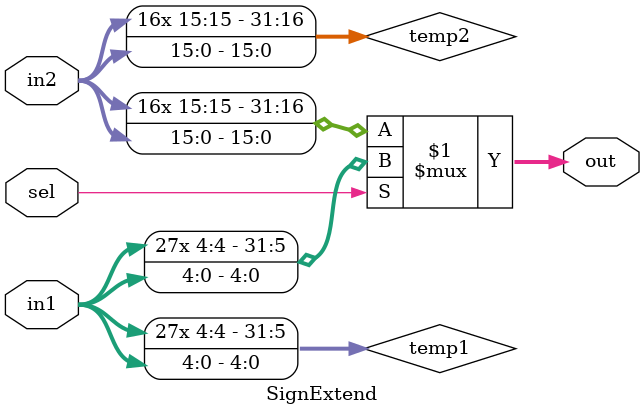
<source format=v>
module SignExtend(
    input wire [4:0] in1,
	 input wire [15:0] in2,
	 input sel,
    output wire [31:0] out
);
	wire[31:0] temp1, temp2;
   assign temp1 = {{27{in1[4]}}, in1};
	assign temp2 = {{16{in2[15]}}, in2};
	assign out = sel ? temp1 : temp2;
endmodule

</source>
